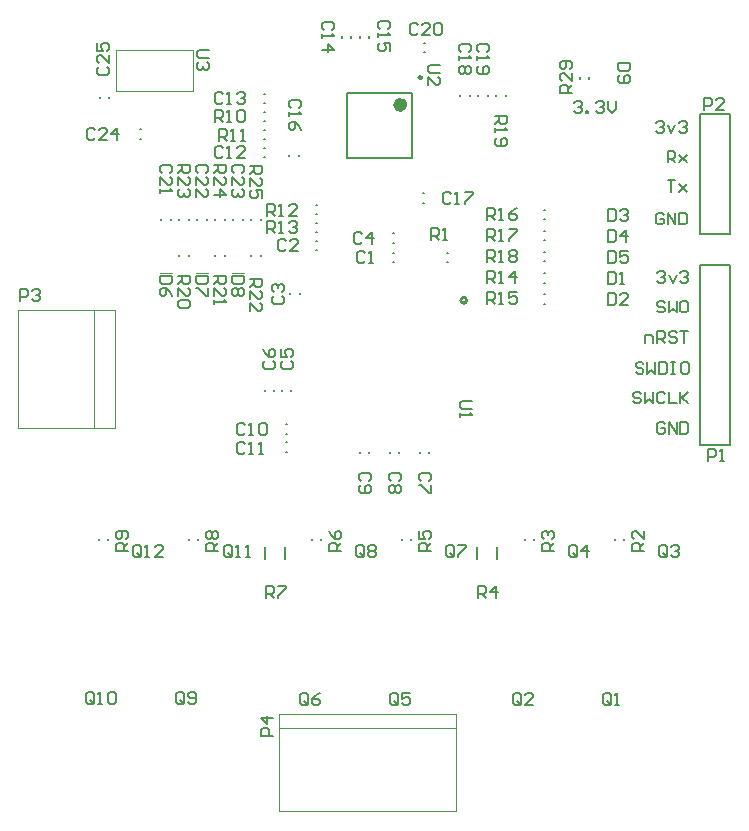
<source format=gto>
G04*
G04 #@! TF.GenerationSoftware,Altium Limited,Altium Designer,18.1.9 (240)*
G04*
G04 Layer_Color=65535*
%FSLAX25Y25*%
%MOIN*%
G70*
G01*
G75*
%ADD10C,0.00984*%
%ADD11C,0.02362*%
%ADD12C,0.00394*%
%ADD13C,0.00787*%
%ADD14C,0.00492*%
%ADD15C,0.00390*%
%ADD16C,0.00600*%
D10*
X294293Y259966D02*
G03*
X294293Y259966I-984J0D01*
G01*
X279325Y334195D02*
G03*
X279325Y334195I-492J0D01*
G01*
D11*
X273321Y325140D02*
G03*
X273321Y325140I-1181J0D01*
G01*
D12*
X216032Y269094D02*
X219969D01*
X204031D02*
X207968D01*
X192126D02*
X196063D01*
D13*
X331890Y333858D02*
Y334252D01*
X335039Y333858D02*
Y334252D01*
X185236Y313779D02*
X185630D01*
X185236Y316929D02*
X185630D01*
X175197Y327362D02*
Y327756D01*
X172047Y327362D02*
Y327756D01*
X279603Y292425D02*
X279997D01*
X279603Y295575D02*
X279997D01*
X371969Y282087D02*
X381968D01*
X371969D02*
Y322087D01*
X381968Y282087D02*
Y322087D01*
X371969D02*
X381968D01*
X371969Y211890D02*
Y271890D01*
X381968Y211890D02*
Y271890D01*
X371969D02*
X381968D01*
X371969Y211890D02*
X381968D01*
X304175Y328053D02*
Y328447D01*
X307325Y328053D02*
Y328447D01*
X244053Y288675D02*
X244447D01*
X244053Y291825D02*
X244447D01*
X244053Y285825D02*
X244447D01*
X244053Y282675D02*
X244447D01*
X226803Y328825D02*
X227197D01*
X226803Y325675D02*
X227197D01*
X226803Y310825D02*
X227197D01*
X226803Y307675D02*
X227197D01*
X226803Y322825D02*
X227197D01*
X226803Y319675D02*
X227197D01*
X226803Y316825D02*
X227197D01*
X226803Y313675D02*
X227197D01*
X234053Y218575D02*
X234447D01*
X234053Y215425D02*
X234447D01*
X233596Y173782D02*
Y177718D01*
X226904Y173782D02*
Y177718D01*
X304346Y173782D02*
Y177718D01*
X297654Y173782D02*
Y177718D01*
X171675Y180053D02*
Y180447D01*
X174825Y180053D02*
Y180447D01*
X201675Y180053D02*
Y180447D01*
X204825Y180053D02*
Y180447D01*
X242675Y180053D02*
Y180447D01*
X245825Y180053D02*
Y180447D01*
X272675Y180053D02*
Y180447D01*
X275825Y180053D02*
Y180447D01*
X313675Y180053D02*
Y180447D01*
X316825Y180053D02*
Y180447D01*
X343675Y179903D02*
Y180297D01*
X346825Y179903D02*
Y180297D01*
X238575Y262053D02*
Y262447D01*
X235425Y262053D02*
Y262447D01*
X230075Y229803D02*
Y230197D01*
X226925Y229803D02*
Y230197D01*
X235825Y229803D02*
Y230197D01*
X232675Y229803D02*
Y230197D01*
X216425Y286803D02*
Y287197D01*
X219575Y286803D02*
Y287197D01*
X225575Y274803D02*
Y275197D01*
X222425Y274803D02*
Y275197D01*
X225575Y286803D02*
Y287197D01*
X222425Y286803D02*
Y287197D01*
X213575Y274803D02*
Y275197D01*
X210425Y274803D02*
Y275197D01*
X213575Y286803D02*
Y287197D01*
X210425Y286803D02*
Y287197D01*
X204425Y286803D02*
Y287197D01*
X207575Y286803D02*
Y287197D01*
X201575Y286803D02*
Y287197D01*
X198425Y286803D02*
Y287197D01*
X201575Y274803D02*
Y275197D01*
X198425Y274803D02*
Y275197D01*
X192425Y286803D02*
Y287197D01*
X195575Y286803D02*
Y287197D01*
X280053Y345825D02*
X280447D01*
X280053Y342675D02*
X280447D01*
X301325Y328053D02*
Y328447D01*
X298175Y328053D02*
Y328447D01*
X295325Y328053D02*
Y328447D01*
X292175Y328053D02*
Y328447D01*
X235175Y308053D02*
Y308447D01*
X238325Y308053D02*
Y308447D01*
X254423Y329077D02*
X276077D01*
X254423Y307423D02*
X276077D01*
Y329077D01*
X254423Y307423D02*
Y329077D01*
X258675Y347553D02*
Y347947D01*
X261825Y347553D02*
Y347947D01*
X252675Y347553D02*
Y347947D01*
X255825Y347553D02*
Y347947D01*
X269553Y279175D02*
X269947D01*
X269553Y282325D02*
X269947D01*
X244053Y276675D02*
X244447D01*
X244053Y279825D02*
X244447D01*
X269553Y272675D02*
X269947D01*
X269553Y275825D02*
X269947D01*
X258675Y209053D02*
Y209447D01*
X261825Y209053D02*
Y209447D01*
X268675Y209053D02*
Y209447D01*
X271825Y209053D02*
Y209447D01*
X278675Y209053D02*
Y209447D01*
X281825Y209053D02*
Y209447D01*
X234053Y212575D02*
X234447D01*
X234053Y209425D02*
X234447D01*
X320071Y265886D02*
X320464D01*
X320071Y269035D02*
X320464D01*
X320071Y258886D02*
X320464D01*
X320071Y262035D02*
X320464D01*
X320071Y286925D02*
X320464D01*
X320071Y290075D02*
X320464D01*
X320071Y279925D02*
X320464D01*
X320071Y283075D02*
X320464D01*
X320071Y276075D02*
X320464D01*
X320071Y272925D02*
X320464D01*
X287553Y272675D02*
X287947D01*
X287553Y275825D02*
X287947D01*
D14*
X177362Y329724D02*
Y343504D01*
Y329724D02*
X202953D01*
Y343504D01*
X177362D02*
X202953D01*
D15*
X231722Y122142D02*
X290778D01*
X231722Y89858D02*
X290778D01*
X231722D02*
Y122142D01*
X290778Y89858D02*
Y122142D01*
X231722Y117417D02*
X290778D01*
X170055Y217472D02*
Y256842D01*
X170843D01*
X144858D02*
X177142D01*
X144858Y217472D02*
X177142D01*
Y256842D01*
X144858Y217472D02*
Y256842D01*
D16*
X330118Y325721D02*
X330774Y326377D01*
X332086D01*
X332742Y325721D01*
Y325065D01*
X332086Y324409D01*
X331430D01*
X332086D01*
X332742Y323753D01*
Y323097D01*
X332086Y322441D01*
X330774D01*
X330118Y323097D01*
X334054Y322441D02*
Y323097D01*
X334710D01*
Y322441D01*
X334054D01*
X337334Y325721D02*
X337990Y326377D01*
X339301D01*
X339957Y325721D01*
Y325065D01*
X339301Y324409D01*
X338646D01*
X339301D01*
X339957Y323753D01*
Y323097D01*
X339301Y322441D01*
X337990D01*
X337334Y323097D01*
X341269Y326377D02*
Y323753D01*
X342581Y322441D01*
X343893Y323753D01*
Y326377D01*
X360301Y218634D02*
X359645Y219290D01*
X358333D01*
X357677Y218634D01*
Y216010D01*
X358333Y215354D01*
X359645D01*
X360301Y216010D01*
Y217322D01*
X358989D01*
X361613Y215354D02*
Y219290D01*
X364237Y215354D01*
Y219290D01*
X365549D02*
Y215354D01*
X367516D01*
X368173Y216010D01*
Y218634D01*
X367516Y219290D01*
X365549D01*
X352427Y228870D02*
X351771Y229526D01*
X350459D01*
X349803Y228870D01*
Y228214D01*
X350459Y227558D01*
X351771D01*
X352427Y226903D01*
Y226247D01*
X351771Y225590D01*
X350459D01*
X349803Y226247D01*
X353739Y229526D02*
Y225590D01*
X355051Y226903D01*
X356363Y225590D01*
Y229526D01*
X360298Y228870D02*
X359643Y229526D01*
X358331D01*
X357675Y228870D01*
Y226247D01*
X358331Y225590D01*
X359643D01*
X360298Y226247D01*
X361610Y229526D02*
Y225590D01*
X364234D01*
X365546Y229526D02*
Y225590D01*
Y226903D01*
X368170Y229526D01*
X366202Y227558D01*
X368170Y225590D01*
X353214Y238713D02*
X352558Y239369D01*
X351247D01*
X350590Y238713D01*
Y238057D01*
X351247Y237401D01*
X352558D01*
X353214Y236745D01*
Y236089D01*
X352558Y235433D01*
X351247D01*
X350590Y236089D01*
X354526Y239369D02*
Y235433D01*
X355838Y236745D01*
X357150Y235433D01*
Y239369D01*
X358462D02*
Y235433D01*
X360430D01*
X361086Y236089D01*
Y238713D01*
X360430Y239369D01*
X358462D01*
X362398D02*
X363710D01*
X363054D01*
Y235433D01*
X362398D01*
X363710D01*
X367645Y239369D02*
X366334D01*
X365678Y238713D01*
Y236089D01*
X366334Y235433D01*
X367645D01*
X368301Y236089D01*
Y238713D01*
X367645Y239369D01*
X353740Y245669D02*
Y248293D01*
X355708D01*
X356364Y247637D01*
Y245669D01*
X357676D02*
Y249605D01*
X359644D01*
X360300Y248949D01*
Y247637D01*
X359644Y246981D01*
X357676D01*
X358988D02*
X360300Y245669D01*
X364235Y248949D02*
X363580Y249605D01*
X362268D01*
X361612Y248949D01*
Y248293D01*
X362268Y247637D01*
X363580D01*
X364235Y246981D01*
Y246325D01*
X363580Y245669D01*
X362268D01*
X361612Y246325D01*
X365547Y249605D02*
X368171D01*
X366859D01*
Y245669D01*
X360301Y259185D02*
X359645Y259841D01*
X358333D01*
X357677Y259185D01*
Y258529D01*
X358333Y257873D01*
X359645D01*
X360301Y257217D01*
Y256561D01*
X359645Y255906D01*
X358333D01*
X357677Y256561D01*
X361613Y259841D02*
Y255906D01*
X362925Y257217D01*
X364237Y255906D01*
Y259841D01*
X367516D02*
X366205D01*
X365549Y259185D01*
Y256561D01*
X366205Y255906D01*
X367516D01*
X368173Y256561D01*
Y259185D01*
X367516Y259841D01*
X357677Y269028D02*
X358333Y269684D01*
X359645D01*
X360301Y269028D01*
Y268372D01*
X359645Y267716D01*
X358989D01*
X359645D01*
X360301Y267060D01*
Y266404D01*
X359645Y265748D01*
X358333D01*
X357677Y266404D01*
X361613Y268372D02*
X362925Y265748D01*
X364237Y268372D01*
X365549Y269028D02*
X366205Y269684D01*
X367516D01*
X368173Y269028D01*
Y268372D01*
X367516Y267716D01*
X366861D01*
X367516D01*
X368173Y267060D01*
Y266404D01*
X367516Y265748D01*
X366205D01*
X365549Y266404D01*
X359907Y288516D02*
X359251Y289172D01*
X357939D01*
X357283Y288516D01*
Y285892D01*
X357939Y285236D01*
X359251D01*
X359907Y285892D01*
Y287204D01*
X358595D01*
X361219Y285236D02*
Y289172D01*
X363843Y285236D01*
Y289172D01*
X365155D02*
Y285236D01*
X367123D01*
X367779Y285892D01*
Y288516D01*
X367123Y289172D01*
X365155D01*
X361221Y299999D02*
X363844D01*
X362532D01*
Y296063D01*
X365156Y298687D02*
X367780Y296063D01*
X366468Y297375D01*
X367780Y298687D01*
X365156Y296063D01*
X361221Y305906D02*
Y309841D01*
X363188D01*
X363844Y309185D01*
Y307873D01*
X363188Y307217D01*
X361221D01*
X362532D02*
X363844Y305906D01*
X365156Y308529D02*
X367780Y305906D01*
X366468Y307217D01*
X367780Y308529D01*
X365156Y305906D01*
X357283Y319028D02*
X357939Y319684D01*
X359251D01*
X359907Y319028D01*
Y318372D01*
X359251Y317716D01*
X358595D01*
X359251D01*
X359907Y317060D01*
Y316404D01*
X359251Y315748D01*
X357939D01*
X357283Y316404D01*
X361219Y318372D02*
X362531Y315748D01*
X363843Y318372D01*
X365155Y319028D02*
X365811Y319684D01*
X367123D01*
X367779Y319028D01*
Y318372D01*
X367123Y317716D01*
X366467D01*
X367123D01*
X367779Y317060D01*
Y316404D01*
X367123Y315748D01*
X365811D01*
X365155Y316404D01*
X170382Y316718D02*
X169716Y317385D01*
X168383D01*
X167717Y316718D01*
Y314052D01*
X168383Y313386D01*
X169716D01*
X170382Y314052D01*
X174381Y313386D02*
X171715D01*
X174381Y316052D01*
Y316718D01*
X173715Y317385D01*
X172382D01*
X171715Y316718D01*
X177713Y313386D02*
Y317385D01*
X175714Y315385D01*
X178380D01*
X208329Y343307D02*
X204997D01*
X204331Y342641D01*
Y341308D01*
X204997Y340641D01*
X208329D01*
X207663Y339308D02*
X208329Y338642D01*
Y337309D01*
X207663Y336643D01*
X206996D01*
X206330Y337309D01*
Y337976D01*
Y337309D01*
X205664Y336643D01*
X204997D01*
X204331Y337309D01*
Y338642D01*
X204997Y339308D01*
X329331Y328937D02*
X325332D01*
Y330936D01*
X325998Y331603D01*
X327331D01*
X327998Y330936D01*
Y328937D01*
Y330270D02*
X329331Y331603D01*
Y335601D02*
Y332936D01*
X326665Y335601D01*
X325998D01*
X325332Y334935D01*
Y333602D01*
X325998Y332936D01*
X328664Y336934D02*
X329331Y337601D01*
Y338934D01*
X328664Y339600D01*
X325998D01*
X325332Y338934D01*
Y337601D01*
X325998Y336934D01*
X326665D01*
X327331Y337601D01*
Y339600D01*
X348881Y338976D02*
X344882D01*
Y336977D01*
X345548Y336311D01*
X348214D01*
X348881Y336977D01*
Y338976D01*
X345548Y334978D02*
X344882Y334311D01*
Y332978D01*
X345548Y332312D01*
X348214D01*
X348881Y332978D01*
Y334311D01*
X348214Y334978D01*
X347548D01*
X346881Y334311D01*
Y332312D01*
X171865Y337705D02*
X171198Y337039D01*
Y335706D01*
X171865Y335039D01*
X174530D01*
X175197Y335706D01*
Y337039D01*
X174530Y337705D01*
X175197Y341704D02*
Y339038D01*
X172531Y341704D01*
X171865D01*
X171198Y341037D01*
Y339704D01*
X171865Y339038D01*
X171198Y345703D02*
Y343037D01*
X173197D01*
X172531Y344370D01*
Y345036D01*
X173197Y345703D01*
X174530D01*
X175197Y345036D01*
Y343703D01*
X174530Y343037D01*
X229750Y114750D02*
X225751D01*
Y116749D01*
X226418Y117416D01*
X227751D01*
X228417Y116749D01*
Y114750D01*
X229750Y120748D02*
X225751D01*
X227751Y118749D01*
Y121414D01*
X145235Y259643D02*
Y263642D01*
X147234D01*
X147900Y262976D01*
Y261643D01*
X147234Y260976D01*
X145235D01*
X149233Y262976D02*
X149900Y263642D01*
X151233D01*
X151899Y262976D01*
Y262309D01*
X151233Y261643D01*
X150566D01*
X151233D01*
X151899Y260976D01*
Y260310D01*
X151233Y259643D01*
X149900D01*
X149233Y260310D01*
X222000Y304850D02*
X225999D01*
Y302851D01*
X225332Y302185D01*
X223999D01*
X223333Y302851D01*
Y304850D01*
Y303518D02*
X222000Y302185D01*
Y298186D02*
Y300852D01*
X224666Y298186D01*
X225332D01*
X225999Y298852D01*
Y300185D01*
X225332Y300852D01*
X225999Y294187D02*
Y296853D01*
X223999D01*
X224666Y295520D01*
Y294854D01*
X223999Y294187D01*
X222666D01*
X222000Y294854D01*
Y296186D01*
X222666Y296853D01*
X210000Y305000D02*
X213999D01*
Y303001D01*
X213332Y302334D01*
X211999D01*
X211333Y303001D01*
Y305000D01*
Y303667D02*
X210000Y302334D01*
Y298336D02*
Y301001D01*
X212666Y298336D01*
X213332D01*
X213999Y299002D01*
Y300335D01*
X213332Y301001D01*
X210000Y295003D02*
X213999D01*
X211999Y297003D01*
Y294337D01*
X198000Y305000D02*
X201999D01*
Y303001D01*
X201332Y302334D01*
X199999D01*
X199333Y303001D01*
Y305000D01*
Y303667D02*
X198000Y302334D01*
Y298336D02*
Y301001D01*
X200666Y298336D01*
X201332D01*
X201999Y299002D01*
Y300335D01*
X201332Y301001D01*
Y297003D02*
X201999Y296336D01*
Y295003D01*
X201332Y294337D01*
X200666D01*
X199999Y295003D01*
Y295670D01*
Y295003D01*
X199333Y294337D01*
X198667D01*
X198000Y295003D01*
Y296336D01*
X198667Y297003D01*
X222000Y267000D02*
X225999D01*
Y265001D01*
X225332Y264334D01*
X223999D01*
X223333Y265001D01*
Y267000D01*
Y265667D02*
X222000Y264334D01*
Y260335D02*
Y263001D01*
X224666Y260335D01*
X225332D01*
X225999Y261002D01*
Y262335D01*
X225332Y263001D01*
X222000Y256337D02*
Y259003D01*
X224666Y256337D01*
X225332D01*
X225999Y257003D01*
Y258336D01*
X225332Y259003D01*
X210000Y268000D02*
X213999D01*
Y266001D01*
X213332Y265334D01*
X211999D01*
X211333Y266001D01*
Y268000D01*
Y266667D02*
X210000Y265334D01*
Y261335D02*
Y264001D01*
X212666Y261335D01*
X213332D01*
X213999Y262002D01*
Y263335D01*
X213332Y264001D01*
X210000Y260003D02*
Y258670D01*
Y259336D01*
X213999D01*
X213332Y260003D01*
X198000Y268000D02*
X201999D01*
Y266001D01*
X201332Y265334D01*
X199999D01*
X199333Y266001D01*
Y268000D01*
Y266667D02*
X198000Y265334D01*
Y261335D02*
Y264001D01*
X200666Y261335D01*
X201332D01*
X201999Y262002D01*
Y263335D01*
X201332Y264001D01*
Y260003D02*
X201999Y259336D01*
Y258003D01*
X201332Y257337D01*
X198667D01*
X198000Y258003D01*
Y259336D01*
X198667Y260003D01*
X201332D01*
X219999Y268000D02*
X216000D01*
Y266001D01*
X216666Y265334D01*
X219332D01*
X219999Y266001D01*
Y268000D01*
X219332Y264001D02*
X219999Y263335D01*
Y262002D01*
X219332Y261335D01*
X218666D01*
X217999Y262002D01*
X217333Y261335D01*
X216666D01*
X216000Y262002D01*
Y263335D01*
X216666Y264001D01*
X217333D01*
X217999Y263335D01*
X218666Y264001D01*
X219332D01*
X217999Y263335D02*
Y262002D01*
X208133Y268000D02*
X204134D01*
Y266001D01*
X204800Y265334D01*
X207466D01*
X208133Y266001D01*
Y268000D01*
Y264001D02*
Y261335D01*
X207466D01*
X204800Y264001D01*
X204134D01*
X196125Y268000D02*
X192126D01*
Y266001D01*
X192792Y265334D01*
X195458D01*
X196125Y266001D01*
Y268000D01*
Y261335D02*
X195458Y262668D01*
X194125Y264001D01*
X192792D01*
X192126Y263335D01*
Y262002D01*
X192792Y261335D01*
X193459D01*
X194125Y262002D01*
Y264001D01*
X219332Y302334D02*
X219999Y303001D01*
Y304334D01*
X219332Y305000D01*
X216666D01*
X216000Y304334D01*
Y303001D01*
X216666Y302334D01*
X216000Y298336D02*
Y301001D01*
X218666Y298336D01*
X219332D01*
X219999Y299002D01*
Y300335D01*
X219332Y301001D01*
Y297003D02*
X219999Y296336D01*
Y295003D01*
X219332Y294337D01*
X218666D01*
X217999Y295003D01*
Y295670D01*
Y295003D01*
X217333Y294337D01*
X216666D01*
X216000Y295003D01*
Y296336D01*
X216666Y297003D01*
X207332Y302334D02*
X207999Y303001D01*
Y304334D01*
X207332Y305000D01*
X204666D01*
X204000Y304334D01*
Y303001D01*
X204666Y302334D01*
X204000Y298336D02*
Y301001D01*
X206666Y298336D01*
X207332D01*
X207999Y299002D01*
Y300335D01*
X207332Y301001D01*
X204000Y294337D02*
Y297003D01*
X206666Y294337D01*
X207332D01*
X207999Y295003D01*
Y296336D01*
X207332Y297003D01*
X195332Y302334D02*
X195999Y303001D01*
Y304334D01*
X195332Y305000D01*
X192666D01*
X192000Y304334D01*
Y303001D01*
X192666Y302334D01*
X192000Y298336D02*
Y301001D01*
X194666Y298336D01*
X195332D01*
X195999Y299002D01*
Y300335D01*
X195332Y301001D01*
X192000Y297003D02*
Y295670D01*
Y296336D01*
X195999D01*
X195332Y297003D01*
X285249Y338250D02*
X281916D01*
X281250Y337584D01*
Y336251D01*
X281916Y335584D01*
X285249D01*
X281250Y331586D02*
Y334251D01*
X283916Y331586D01*
X284582D01*
X285249Y332252D01*
Y333585D01*
X284582Y334251D01*
X295999Y226500D02*
X292666D01*
X292000Y225834D01*
Y224501D01*
X292666Y223834D01*
X295999D01*
X292000Y222501D02*
Y221168D01*
Y221835D01*
X295999D01*
X295332Y222501D01*
X303750Y321500D02*
X307749D01*
Y319501D01*
X307082Y318834D01*
X305749D01*
X305083Y319501D01*
Y321500D01*
Y320167D02*
X303750Y318834D01*
Y317501D02*
Y316168D01*
Y316835D01*
X307749D01*
X307082Y317501D01*
X304416Y314169D02*
X303750Y313503D01*
Y312170D01*
X304416Y311503D01*
X307082D01*
X307749Y312170D01*
Y313503D01*
X307082Y314169D01*
X306416D01*
X305749Y313503D01*
Y311503D01*
X300952Y272697D02*
Y276696D01*
X302952D01*
X303618Y276029D01*
Y274696D01*
X302952Y274030D01*
X300952D01*
X302285D02*
X303618Y272697D01*
X304951D02*
X306284D01*
X305617D01*
Y276696D01*
X304951Y276029D01*
X308283D02*
X308950Y276696D01*
X310283D01*
X310949Y276029D01*
Y275363D01*
X310283Y274696D01*
X310949Y274030D01*
Y273363D01*
X310283Y272697D01*
X308950D01*
X308283Y273363D01*
Y274030D01*
X308950Y274696D01*
X308283Y275363D01*
Y276029D01*
X308950Y274696D02*
X310283D01*
X300952Y279697D02*
Y283696D01*
X302952D01*
X303618Y283029D01*
Y281696D01*
X302952Y281030D01*
X300952D01*
X302285D02*
X303618Y279697D01*
X304951D02*
X306284D01*
X305617D01*
Y283696D01*
X304951Y283029D01*
X308283Y283696D02*
X310949D01*
Y283029D01*
X308283Y280363D01*
Y279697D01*
X300952Y286697D02*
Y290696D01*
X302952D01*
X303618Y290029D01*
Y288696D01*
X302952Y288030D01*
X300952D01*
X302285D02*
X303618Y286697D01*
X304951D02*
X306284D01*
X305617D01*
Y290696D01*
X304951Y290029D01*
X310949Y290696D02*
X309616Y290029D01*
X308283Y288696D01*
Y287363D01*
X308950Y286697D01*
X310283D01*
X310949Y287363D01*
Y288030D01*
X310283Y288696D01*
X308283D01*
X300952Y258658D02*
Y262656D01*
X302952D01*
X303618Y261990D01*
Y260657D01*
X302952Y259990D01*
X300952D01*
X302285D02*
X303618Y258658D01*
X304951D02*
X306284D01*
X305617D01*
Y262656D01*
X304951Y261990D01*
X310949Y262656D02*
X308283D01*
Y260657D01*
X309616Y261323D01*
X310283D01*
X310949Y260657D01*
Y259324D01*
X310283Y258658D01*
X308950D01*
X308283Y259324D01*
X300952Y265657D02*
Y269656D01*
X302952D01*
X303618Y268990D01*
Y267657D01*
X302952Y266990D01*
X300952D01*
X302285D02*
X303618Y265657D01*
X304951D02*
X306284D01*
X305617D01*
Y269656D01*
X304951Y268990D01*
X310283Y265657D02*
Y269656D01*
X308283Y267657D01*
X310949D01*
X227750Y282500D02*
Y286499D01*
X229749D01*
X230416Y285832D01*
Y284499D01*
X229749Y283833D01*
X227750D01*
X229083D02*
X230416Y282500D01*
X231749D02*
X233082D01*
X232415D01*
Y286499D01*
X231749Y285832D01*
X235081D02*
X235747Y286499D01*
X237080D01*
X237747Y285832D01*
Y285166D01*
X237080Y284499D01*
X236414D01*
X237080D01*
X237747Y283833D01*
Y283166D01*
X237080Y282500D01*
X235747D01*
X235081Y283166D01*
X227750Y288000D02*
Y291999D01*
X229749D01*
X230416Y291332D01*
Y289999D01*
X229749Y289333D01*
X227750D01*
X229083D02*
X230416Y288000D01*
X231749D02*
X233082D01*
X232415D01*
Y291999D01*
X231749Y291332D01*
X237747Y288000D02*
X235081D01*
X237747Y290666D01*
Y291332D01*
X237080Y291999D01*
X235747D01*
X235081Y291332D01*
X211750Y313000D02*
Y316999D01*
X213749D01*
X214416Y316332D01*
Y314999D01*
X213749Y314333D01*
X211750D01*
X213083D02*
X214416Y313000D01*
X215749D02*
X217082D01*
X216415D01*
Y316999D01*
X215749Y316332D01*
X219081Y313000D02*
X220414D01*
X219747D01*
Y316999D01*
X219081Y316332D01*
X210500Y319250D02*
Y323249D01*
X212499D01*
X213166Y322582D01*
Y321249D01*
X212499Y320583D01*
X210500D01*
X211833D02*
X213166Y319250D01*
X214499D02*
X215832D01*
X215165D01*
Y323249D01*
X214499Y322582D01*
X217831D02*
X218497Y323249D01*
X219830D01*
X220497Y322582D01*
Y319916D01*
X219830Y319250D01*
X218497D01*
X217831Y319916D01*
Y322582D01*
X181250Y176250D02*
X177251D01*
Y178249D01*
X177918Y178916D01*
X179251D01*
X179917Y178249D01*
Y176250D01*
Y177583D02*
X181250Y178916D01*
X180584Y180249D02*
X181250Y180915D01*
Y182248D01*
X180584Y182914D01*
X177918D01*
X177251Y182248D01*
Y180915D01*
X177918Y180249D01*
X178584D01*
X179251Y180915D01*
Y182914D01*
X211250Y176250D02*
X207251D01*
Y178249D01*
X207918Y178916D01*
X209251D01*
X209917Y178249D01*
Y176250D01*
Y177583D02*
X211250Y178916D01*
X207918Y180249D02*
X207251Y180915D01*
Y182248D01*
X207918Y182914D01*
X208584D01*
X209251Y182248D01*
X209917Y182914D01*
X210584D01*
X211250Y182248D01*
Y180915D01*
X210584Y180249D01*
X209917D01*
X209251Y180915D01*
X208584Y180249D01*
X207918D01*
X209251Y180915D02*
Y182248D01*
X227250Y160750D02*
Y164749D01*
X229249D01*
X229916Y164082D01*
Y162749D01*
X229249Y162083D01*
X227250D01*
X228583D02*
X229916Y160750D01*
X231249Y164749D02*
X233914D01*
Y164082D01*
X231249Y161416D01*
Y160750D01*
X252250Y176250D02*
X248251D01*
Y178249D01*
X248918Y178916D01*
X250251D01*
X250917Y178249D01*
Y176250D01*
Y177583D02*
X252250Y178916D01*
X248251Y182914D02*
X248918Y181582D01*
X250251Y180249D01*
X251584D01*
X252250Y180915D01*
Y182248D01*
X251584Y182914D01*
X250917D01*
X250251Y182248D01*
Y180249D01*
X282250Y176250D02*
X278251D01*
Y178249D01*
X278918Y178916D01*
X280251D01*
X280917Y178249D01*
Y176250D01*
Y177583D02*
X282250Y178916D01*
X278251Y182914D02*
Y180249D01*
X280251D01*
X279584Y181582D01*
Y182248D01*
X280251Y182914D01*
X281584D01*
X282250Y182248D01*
Y180915D01*
X281584Y180249D01*
X298000Y160648D02*
Y164646D01*
X299999D01*
X300666Y163980D01*
Y162647D01*
X299999Y161980D01*
X298000D01*
X299333D02*
X300666Y160648D01*
X303998D02*
Y164646D01*
X301999Y162647D01*
X304664D01*
X323250Y176250D02*
X319251D01*
Y178249D01*
X319918Y178916D01*
X321251D01*
X321917Y178249D01*
Y176250D01*
Y177583D02*
X323250Y178916D01*
X319918Y180249D02*
X319251Y180915D01*
Y182248D01*
X319918Y182914D01*
X320584D01*
X321251Y182248D01*
Y181582D01*
Y182248D01*
X321917Y182914D01*
X322584D01*
X323250Y182248D01*
Y180915D01*
X322584Y180249D01*
X353250Y176250D02*
X349251D01*
Y178249D01*
X349918Y178916D01*
X351251D01*
X351917Y178249D01*
Y176250D01*
Y177583D02*
X353250Y178916D01*
Y182914D02*
Y180249D01*
X350584Y182914D01*
X349918D01*
X349251Y182248D01*
Y180915D01*
X349918Y180249D01*
X282350Y279950D02*
Y283949D01*
X284349D01*
X285016Y283282D01*
Y281949D01*
X284349Y281283D01*
X282350D01*
X283683D02*
X285016Y279950D01*
X286349D02*
X287682D01*
X287015D01*
Y283949D01*
X286349Y283282D01*
X185737Y175076D02*
Y177742D01*
X185070Y178408D01*
X183737D01*
X183071Y177742D01*
Y175076D01*
X183737Y174409D01*
X185070D01*
X184404Y175742D02*
X185737Y174409D01*
X185070D02*
X185737Y175076D01*
X187070Y174409D02*
X188402D01*
X187736D01*
Y178408D01*
X187070Y177742D01*
X193068Y174409D02*
X190402D01*
X193068Y177075D01*
Y177742D01*
X192401Y178408D01*
X191068D01*
X190402Y177742D01*
X215916Y174917D02*
Y177582D01*
X215249Y178249D01*
X213916D01*
X213250Y177582D01*
Y174917D01*
X213916Y174250D01*
X215249D01*
X214583Y175583D02*
X215916Y174250D01*
X215249D02*
X215916Y174917D01*
X217249Y174250D02*
X218582D01*
X217915D01*
Y178249D01*
X217249Y177582D01*
X220581Y174250D02*
X221914D01*
X221247D01*
Y178249D01*
X220581Y177582D01*
X169916Y125917D02*
Y128582D01*
X169249Y129249D01*
X167917D01*
X167250Y128582D01*
Y125917D01*
X167917Y125250D01*
X169249D01*
X168583Y126583D02*
X169916Y125250D01*
X169249D02*
X169916Y125917D01*
X171249Y125250D02*
X172582D01*
X171915D01*
Y129249D01*
X171249Y128582D01*
X174581D02*
X175247Y129249D01*
X176580D01*
X177247Y128582D01*
Y125917D01*
X176580Y125250D01*
X175247D01*
X174581Y125917D01*
Y128582D01*
X199916Y125917D02*
Y128582D01*
X199249Y129249D01*
X197916D01*
X197250Y128582D01*
Y125917D01*
X197916Y125250D01*
X199249D01*
X198583Y126583D02*
X199916Y125250D01*
X199249D02*
X199916Y125917D01*
X201249D02*
X201915Y125250D01*
X203248D01*
X203914Y125917D01*
Y128582D01*
X203248Y129249D01*
X201915D01*
X201249Y128582D01*
Y127916D01*
X201915Y127249D01*
X203914D01*
X259916Y174917D02*
Y177582D01*
X259249Y178249D01*
X257916D01*
X257250Y177582D01*
Y174917D01*
X257916Y174250D01*
X259249D01*
X258583Y175583D02*
X259916Y174250D01*
X259249D02*
X259916Y174917D01*
X261249Y177582D02*
X261915Y178249D01*
X263248D01*
X263914Y177582D01*
Y176916D01*
X263248Y176249D01*
X263914Y175583D01*
Y174917D01*
X263248Y174250D01*
X261915D01*
X261249Y174917D01*
Y175583D01*
X261915Y176249D01*
X261249Y176916D01*
Y177582D01*
X261915Y176249D02*
X263248D01*
X289916Y174917D02*
Y177582D01*
X289249Y178249D01*
X287916D01*
X287250Y177582D01*
Y174917D01*
X287916Y174250D01*
X289249D01*
X288583Y175583D02*
X289916Y174250D01*
X289249D02*
X289916Y174917D01*
X291249Y178249D02*
X293915D01*
Y177582D01*
X291249Y174917D01*
Y174250D01*
X241316Y125817D02*
Y128482D01*
X240649Y129149D01*
X239316D01*
X238650Y128482D01*
Y125817D01*
X239316Y125150D01*
X240649D01*
X239983Y126483D02*
X241316Y125150D01*
X240649D02*
X241316Y125817D01*
X245315Y129149D02*
X243982Y128482D01*
X242649Y127149D01*
Y125817D01*
X243315Y125150D01*
X244648D01*
X245315Y125817D01*
Y126483D01*
X244648Y127149D01*
X242649D01*
X271317Y125817D02*
Y128482D01*
X270651Y129149D01*
X269318D01*
X268652Y128482D01*
Y125817D01*
X269318Y125150D01*
X270651D01*
X269985Y126483D02*
X271317Y125150D01*
X270651D02*
X271317Y125817D01*
X275316Y129149D02*
X272650D01*
Y127149D01*
X273983Y127816D01*
X274650D01*
X275316Y127149D01*
Y125817D01*
X274650Y125150D01*
X273317D01*
X272650Y125817D01*
X330916Y174917D02*
Y177582D01*
X330249Y178249D01*
X328916D01*
X328250Y177582D01*
Y174917D01*
X328916Y174250D01*
X330249D01*
X329583Y175583D02*
X330916Y174250D01*
X330249D02*
X330916Y174917D01*
X334248Y174250D02*
Y178249D01*
X332249Y176249D01*
X334914D01*
X360916Y174917D02*
Y177582D01*
X360249Y178249D01*
X358916D01*
X358250Y177582D01*
Y174917D01*
X358916Y174250D01*
X360249D01*
X359583Y175583D02*
X360916Y174250D01*
X360249D02*
X360916Y174917D01*
X362249Y177582D02*
X362915Y178249D01*
X364248D01*
X364914Y177582D01*
Y176916D01*
X364248Y176249D01*
X363582D01*
X364248D01*
X364914Y175583D01*
Y174917D01*
X364248Y174250D01*
X362915D01*
X362249Y174917D01*
X312329Y125817D02*
Y128482D01*
X311663Y129149D01*
X310330D01*
X309663Y128482D01*
Y125817D01*
X310330Y125150D01*
X311663D01*
X310996Y126483D02*
X312329Y125150D01*
X311663D02*
X312329Y125817D01*
X316328Y125150D02*
X313662D01*
X316328Y127816D01*
Y128482D01*
X315661Y129149D01*
X314329D01*
X313662Y128482D01*
X342316Y125817D02*
Y128482D01*
X341649Y129149D01*
X340316D01*
X339650Y128482D01*
Y125817D01*
X340316Y125150D01*
X341649D01*
X340983Y126483D02*
X342316Y125150D01*
X341649D02*
X342316Y125817D01*
X343649Y125150D02*
X344982D01*
X344315D01*
Y129149D01*
X343649Y128482D01*
X373425Y323386D02*
Y327384D01*
X375425D01*
X376091Y326718D01*
Y325385D01*
X375425Y324719D01*
X373425D01*
X380090Y323386D02*
X377424D01*
X380090Y326052D01*
Y326718D01*
X379423Y327384D01*
X378090D01*
X377424Y326718D01*
X374606Y206260D02*
Y210259D01*
X376606D01*
X377272Y209592D01*
Y208259D01*
X376606Y207593D01*
X374606D01*
X378605Y206260D02*
X379938D01*
X379272D01*
Y210259D01*
X378605Y209592D01*
X341268Y276499D02*
Y272500D01*
X343267D01*
X343934Y273166D01*
Y275832D01*
X343267Y276499D01*
X341268D01*
X347932D02*
X345266D01*
Y274499D01*
X346599Y275166D01*
X347266D01*
X347932Y274499D01*
Y273166D01*
X347266Y272500D01*
X345933D01*
X345266Y273166D01*
X341268Y283499D02*
Y279500D01*
X343267D01*
X343934Y280166D01*
Y282832D01*
X343267Y283499D01*
X341268D01*
X347266Y279500D02*
Y283499D01*
X345266Y281499D01*
X347932D01*
X341268Y290499D02*
Y286500D01*
X343267D01*
X343934Y287166D01*
Y289832D01*
X343267Y290499D01*
X341268D01*
X345266Y289832D02*
X345933Y290499D01*
X347266D01*
X347932Y289832D01*
Y289166D01*
X347266Y288499D01*
X346599D01*
X347266D01*
X347932Y287833D01*
Y287166D01*
X347266Y286500D01*
X345933D01*
X345266Y287166D01*
X341268Y262459D02*
Y258461D01*
X343267D01*
X343934Y259127D01*
Y261793D01*
X343267Y262459D01*
X341268D01*
X347932Y258461D02*
X345266D01*
X347932Y261126D01*
Y261793D01*
X347266Y262459D01*
X345933D01*
X345266Y261793D01*
X341268Y269459D02*
Y265461D01*
X343267D01*
X343934Y266127D01*
Y268793D01*
X343267Y269459D01*
X341268D01*
X345266Y265461D02*
X346599D01*
X345933D01*
Y269459D01*
X345266Y268793D01*
X277916Y351582D02*
X277249Y352249D01*
X275916D01*
X275250Y351582D01*
Y348916D01*
X275916Y348250D01*
X277249D01*
X277916Y348916D01*
X281914Y348250D02*
X279249D01*
X281914Y350916D01*
Y351582D01*
X281248Y352249D01*
X279915D01*
X279249Y351582D01*
X283247D02*
X283914Y352249D01*
X285247D01*
X285913Y351582D01*
Y348916D01*
X285247Y348250D01*
X283914D01*
X283247Y348916D01*
Y351582D01*
X301082Y342584D02*
X301749Y343251D01*
Y344584D01*
X301082Y345250D01*
X298416D01*
X297750Y344584D01*
Y343251D01*
X298416Y342584D01*
X297750Y341251D02*
Y339918D01*
Y340585D01*
X301749D01*
X301082Y341251D01*
X298416Y337919D02*
X297750Y337253D01*
Y335920D01*
X298416Y335253D01*
X301082D01*
X301749Y335920D01*
Y337253D01*
X301082Y337919D01*
X300416D01*
X299749Y337253D01*
Y335253D01*
X295082Y342584D02*
X295749Y343251D01*
Y344584D01*
X295082Y345250D01*
X292416D01*
X291750Y344584D01*
Y343251D01*
X292416Y342584D01*
X291750Y341251D02*
Y339918D01*
Y340585D01*
X295749D01*
X295082Y341251D01*
Y337919D02*
X295749Y337253D01*
Y335920D01*
X295082Y335253D01*
X294416D01*
X293749Y335920D01*
X293083Y335253D01*
X292416D01*
X291750Y335920D01*
Y337253D01*
X292416Y337919D01*
X293083D01*
X293749Y337253D01*
X294416Y337919D01*
X295082D01*
X293749Y337253D02*
Y335920D01*
X289106Y295377D02*
X288439Y296044D01*
X287106D01*
X286440Y295377D01*
Y292712D01*
X287106Y292045D01*
X288439D01*
X289106Y292712D01*
X290439Y292045D02*
X291771D01*
X291105D01*
Y296044D01*
X290439Y295377D01*
X293771Y296044D02*
X296437D01*
Y295377D01*
X293771Y292712D01*
Y292045D01*
X238332Y324084D02*
X238999Y324751D01*
Y326084D01*
X238332Y326750D01*
X235666D01*
X235000Y326084D01*
Y324751D01*
X235666Y324084D01*
X235000Y322751D02*
Y321418D01*
Y322085D01*
X238999D01*
X238332Y322751D01*
X238999Y316753D02*
X238332Y318086D01*
X236999Y319419D01*
X235666D01*
X235000Y318753D01*
Y317420D01*
X235666Y316753D01*
X236333D01*
X236999Y317420D01*
Y319419D01*
X267899Y350484D02*
X268566Y351150D01*
Y352483D01*
X267899Y353150D01*
X265233D01*
X264567Y352483D01*
Y351150D01*
X265233Y350484D01*
X264567Y349151D02*
Y347818D01*
Y348484D01*
X268566D01*
X267899Y349151D01*
X268566Y343153D02*
Y345819D01*
X266566D01*
X267233Y344486D01*
Y343819D01*
X266566Y343153D01*
X265233D01*
X264567Y343819D01*
Y345152D01*
X265233Y345819D01*
X249395Y350090D02*
X250062Y350757D01*
Y352090D01*
X249395Y352756D01*
X246729D01*
X246063Y352090D01*
Y350757D01*
X246729Y350090D01*
X246063Y348757D02*
Y347424D01*
Y348091D01*
X250062D01*
X249395Y348757D01*
X246063Y343426D02*
X250062D01*
X248062Y345425D01*
Y342759D01*
X213166Y328582D02*
X212499Y329249D01*
X211166D01*
X210500Y328582D01*
Y325916D01*
X211166Y325250D01*
X212499D01*
X213166Y325916D01*
X214499Y325250D02*
X215832D01*
X215165D01*
Y329249D01*
X214499Y328582D01*
X217831D02*
X218497Y329249D01*
X219830D01*
X220497Y328582D01*
Y327916D01*
X219830Y327249D01*
X219164D01*
X219830D01*
X220497Y326583D01*
Y325916D01*
X219830Y325250D01*
X218497D01*
X217831Y325916D01*
X212916Y310582D02*
X212249Y311249D01*
X210916D01*
X210250Y310582D01*
Y307916D01*
X210916Y307250D01*
X212249D01*
X212916Y307916D01*
X214249Y307250D02*
X215582D01*
X214915D01*
Y311249D01*
X214249Y310582D01*
X220247Y307250D02*
X217581D01*
X220247Y309916D01*
Y310582D01*
X219580Y311249D01*
X218247D01*
X217581Y310582D01*
X220416Y212082D02*
X219749Y212749D01*
X218416D01*
X217750Y212082D01*
Y209416D01*
X218416Y208750D01*
X219749D01*
X220416Y209416D01*
X221749Y208750D02*
X223082D01*
X222415D01*
Y212749D01*
X221749Y212082D01*
X225081Y208750D02*
X226414D01*
X225747D01*
Y212749D01*
X225081Y212082D01*
X220416Y218332D02*
X219749Y218999D01*
X218416D01*
X217750Y218332D01*
Y215666D01*
X218416Y215000D01*
X219749D01*
X220416Y215666D01*
X221749Y215000D02*
X223082D01*
X222415D01*
Y218999D01*
X221749Y218332D01*
X225081D02*
X225747Y218999D01*
X227080D01*
X227747Y218332D01*
Y215666D01*
X227080Y215000D01*
X225747D01*
X225081Y215666D01*
Y218332D01*
X261582Y199734D02*
X262249Y200400D01*
Y201733D01*
X261582Y202400D01*
X258916D01*
X258250Y201733D01*
Y200400D01*
X258916Y199734D01*
Y198401D02*
X258250Y197734D01*
Y196402D01*
X258916Y195735D01*
X261582D01*
X262249Y196402D01*
Y197734D01*
X261582Y198401D01*
X260916D01*
X260249Y197734D01*
Y195735D01*
X271582Y199584D02*
X272249Y200251D01*
Y201584D01*
X271582Y202250D01*
X268916D01*
X268250Y201584D01*
Y200251D01*
X268916Y199584D01*
X271582Y198251D02*
X272249Y197585D01*
Y196252D01*
X271582Y195586D01*
X270916D01*
X270249Y196252D01*
X269583Y195586D01*
X268916D01*
X268250Y196252D01*
Y197585D01*
X268916Y198251D01*
X269583D01*
X270249Y197585D01*
X270916Y198251D01*
X271582D01*
X270249Y197585D02*
Y196252D01*
X281582Y199584D02*
X282249Y200251D01*
Y201584D01*
X281582Y202250D01*
X278916D01*
X278250Y201584D01*
Y200251D01*
X278916Y199584D01*
X282249Y198251D02*
Y195586D01*
X281582D01*
X278916Y198251D01*
X278250D01*
X227168Y239666D02*
X226501Y238999D01*
Y237666D01*
X227168Y237000D01*
X229834D01*
X230500Y237666D01*
Y238999D01*
X229834Y239666D01*
X226501Y243665D02*
X227168Y242332D01*
X228501Y240999D01*
X229834D01*
X230500Y241665D01*
Y242998D01*
X229834Y243665D01*
X229167D01*
X228501Y242998D01*
Y240999D01*
X232918Y239666D02*
X232251Y238999D01*
Y237666D01*
X232918Y237000D01*
X235584D01*
X236250Y237666D01*
Y238999D01*
X235584Y239666D01*
X232251Y243665D02*
Y240999D01*
X234251D01*
X233584Y242332D01*
Y242998D01*
X234251Y243665D01*
X235584D01*
X236250Y242998D01*
Y241665D01*
X235584Y240999D01*
X259416Y282082D02*
X258749Y282749D01*
X257416D01*
X256750Y282082D01*
Y279416D01*
X257416Y278750D01*
X258749D01*
X259416Y279416D01*
X262748Y278750D02*
Y282749D01*
X260749Y280749D01*
X263415D01*
X229936Y261327D02*
X229269Y260661D01*
Y259328D01*
X229936Y258661D01*
X232601D01*
X233268Y259328D01*
Y260661D01*
X232601Y261327D01*
X229936Y262660D02*
X229269Y263327D01*
Y264660D01*
X229936Y265326D01*
X230602D01*
X231268Y264660D01*
Y263993D01*
Y264660D01*
X231935Y265326D01*
X232601D01*
X233268Y264660D01*
Y263327D01*
X232601Y262660D01*
X233916Y279582D02*
X233249Y280249D01*
X231916D01*
X231250Y279582D01*
Y276916D01*
X231916Y276250D01*
X233249D01*
X233916Y276916D01*
X237914Y276250D02*
X235249D01*
X237914Y278916D01*
Y279582D01*
X237248Y280249D01*
X235915D01*
X235249Y279582D01*
X260416Y275582D02*
X259749Y276249D01*
X258416D01*
X257750Y275582D01*
Y272916D01*
X258416Y272250D01*
X259749D01*
X260416Y272916D01*
X261749Y272250D02*
X263082D01*
X262415D01*
Y276249D01*
X261749Y275582D01*
M02*

</source>
